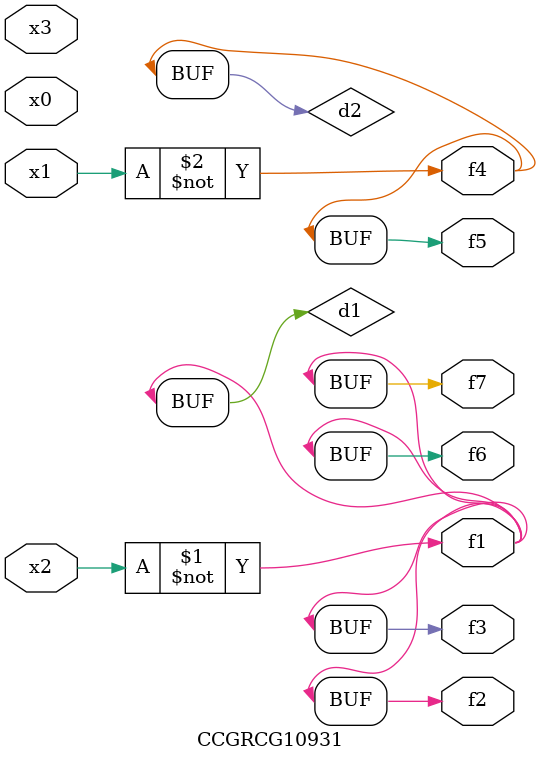
<source format=v>
module CCGRCG10931(
	input x0, x1, x2, x3,
	output f1, f2, f3, f4, f5, f6, f7
);

	wire d1, d2;

	xnor (d1, x2);
	not (d2, x1);
	assign f1 = d1;
	assign f2 = d1;
	assign f3 = d1;
	assign f4 = d2;
	assign f5 = d2;
	assign f6 = d1;
	assign f7 = d1;
endmodule

</source>
